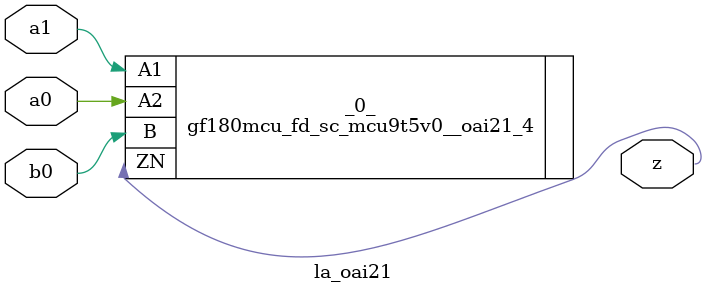
<source format=v>

/* Generated by Yosys 0.44 (git sha1 80ba43d26, g++ 11.4.0-1ubuntu1~22.04 -fPIC -O3) */

(* top =  1  *)
(* src = "inputs/la_oai21.v:10.1-21.10" *)
module la_oai21 (
    a0,
    a1,
    b0,
    z
);
  (* src = "inputs/la_oai21.v:13.12-13.14" *)
  input a0;
  wire a0;
  (* src = "inputs/la_oai21.v:14.12-14.14" *)
  input a1;
  wire a1;
  (* src = "inputs/la_oai21.v:15.12-15.14" *)
  input b0;
  wire b0;
  (* src = "inputs/la_oai21.v:16.12-16.13" *)
  output z;
  wire z;
  gf180mcu_fd_sc_mcu9t5v0__oai21_4 _0_ (
      .A1(a1),
      .A2(a0),
      .B (b0),
      .ZN(z)
  );
endmodule

</source>
